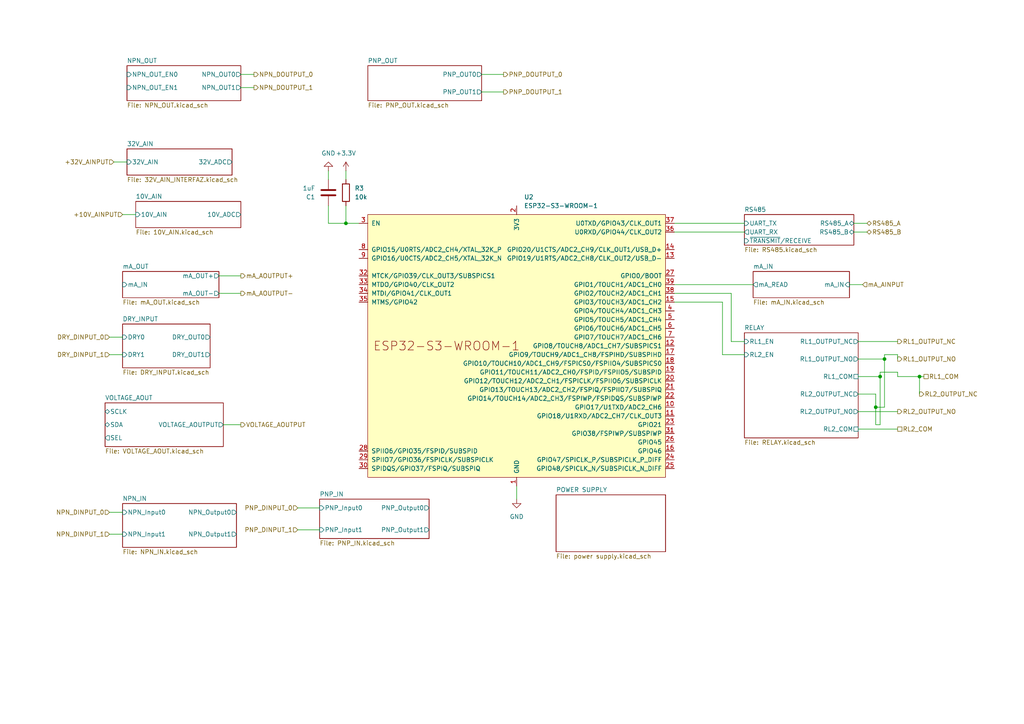
<source format=kicad_sch>
(kicad_sch
	(version 20250114)
	(generator "eeschema")
	(generator_version "9.0")
	(uuid "550b2d28-bb3a-4a13-8f4d-a18681e6369f")
	(paper "A4")
	(lib_symbols
		(symbol "Device:C"
			(pin_numbers
				(hide yes)
			)
			(pin_names
				(offset 0.254)
			)
			(exclude_from_sim no)
			(in_bom yes)
			(on_board yes)
			(property "Reference" "C"
				(at 0.635 2.54 0)
				(effects
					(font
						(size 1.27 1.27)
					)
					(justify left)
				)
			)
			(property "Value" "C"
				(at 0.635 -2.54 0)
				(effects
					(font
						(size 1.27 1.27)
					)
					(justify left)
				)
			)
			(property "Footprint" ""
				(at 0.9652 -3.81 0)
				(effects
					(font
						(size 1.27 1.27)
					)
					(hide yes)
				)
			)
			(property "Datasheet" "~"
				(at 0 0 0)
				(effects
					(font
						(size 1.27 1.27)
					)
					(hide yes)
				)
			)
			(property "Description" "Unpolarized capacitor"
				(at 0 0 0)
				(effects
					(font
						(size 1.27 1.27)
					)
					(hide yes)
				)
			)
			(property "ki_keywords" "cap capacitor"
				(at 0 0 0)
				(effects
					(font
						(size 1.27 1.27)
					)
					(hide yes)
				)
			)
			(property "ki_fp_filters" "C_*"
				(at 0 0 0)
				(effects
					(font
						(size 1.27 1.27)
					)
					(hide yes)
				)
			)
			(symbol "C_0_1"
				(polyline
					(pts
						(xy -2.032 0.762) (xy 2.032 0.762)
					)
					(stroke
						(width 0.508)
						(type default)
					)
					(fill
						(type none)
					)
				)
				(polyline
					(pts
						(xy -2.032 -0.762) (xy 2.032 -0.762)
					)
					(stroke
						(width 0.508)
						(type default)
					)
					(fill
						(type none)
					)
				)
			)
			(symbol "C_1_1"
				(pin passive line
					(at 0 3.81 270)
					(length 2.794)
					(name "~"
						(effects
							(font
								(size 1.27 1.27)
							)
						)
					)
					(number "1"
						(effects
							(font
								(size 1.27 1.27)
							)
						)
					)
				)
				(pin passive line
					(at 0 -3.81 90)
					(length 2.794)
					(name "~"
						(effects
							(font
								(size 1.27 1.27)
							)
						)
					)
					(number "2"
						(effects
							(font
								(size 1.27 1.27)
							)
						)
					)
				)
			)
			(embedded_fonts no)
		)
		(symbol "Device:R"
			(pin_numbers
				(hide yes)
			)
			(pin_names
				(offset 0)
			)
			(exclude_from_sim no)
			(in_bom yes)
			(on_board yes)
			(property "Reference" "R"
				(at 2.032 0 90)
				(effects
					(font
						(size 1.27 1.27)
					)
				)
			)
			(property "Value" "R"
				(at 0 0 90)
				(effects
					(font
						(size 1.27 1.27)
					)
				)
			)
			(property "Footprint" ""
				(at -1.778 0 90)
				(effects
					(font
						(size 1.27 1.27)
					)
					(hide yes)
				)
			)
			(property "Datasheet" "~"
				(at 0 0 0)
				(effects
					(font
						(size 1.27 1.27)
					)
					(hide yes)
				)
			)
			(property "Description" "Resistor"
				(at 0 0 0)
				(effects
					(font
						(size 1.27 1.27)
					)
					(hide yes)
				)
			)
			(property "ki_keywords" "R res resistor"
				(at 0 0 0)
				(effects
					(font
						(size 1.27 1.27)
					)
					(hide yes)
				)
			)
			(property "ki_fp_filters" "R_*"
				(at 0 0 0)
				(effects
					(font
						(size 1.27 1.27)
					)
					(hide yes)
				)
			)
			(symbol "R_0_1"
				(rectangle
					(start -1.016 -2.54)
					(end 1.016 2.54)
					(stroke
						(width 0.254)
						(type default)
					)
					(fill
						(type none)
					)
				)
			)
			(symbol "R_1_1"
				(pin passive line
					(at 0 3.81 270)
					(length 1.27)
					(name "~"
						(effects
							(font
								(size 1.27 1.27)
							)
						)
					)
					(number "1"
						(effects
							(font
								(size 1.27 1.27)
							)
						)
					)
				)
				(pin passive line
					(at 0 -3.81 90)
					(length 1.27)
					(name "~"
						(effects
							(font
								(size 1.27 1.27)
							)
						)
					)
					(number "2"
						(effects
							(font
								(size 1.27 1.27)
							)
						)
					)
				)
			)
			(embedded_fonts no)
		)
		(symbol "PCM_Espressif:ESP32-S3-WROOM-1"
			(pin_names
				(offset 1.016)
			)
			(exclude_from_sim no)
			(in_bom yes)
			(on_board yes)
			(property "Reference" "U"
				(at -43.18 43.18 0)
				(effects
					(font
						(size 1.27 1.27)
					)
					(justify left)
				)
			)
			(property "Value" "ESP32-S3-WROOM-1"
				(at -43.18 40.64 0)
				(effects
					(font
						(size 1.27 1.27)
					)
					(justify left)
				)
			)
			(property "Footprint" "PCM_Espressif:ESP32-S3-WROOM-1"
				(at 2.54 -48.26 0)
				(effects
					(font
						(size 1.27 1.27)
					)
					(hide yes)
				)
			)
			(property "Datasheet" "https://www.espressif.com/sites/default/files/documentation/esp32-s3-wroom-1_wroom-1u_datasheet_en.pdf"
				(at 2.54 -50.8 0)
				(effects
					(font
						(size 1.27 1.27)
					)
					(hide yes)
				)
			)
			(property "Description" "2.4 GHz WiFi (802.11 b/g/n) and Bluetooth ® 5 (LE) module Built around ESP32S3 series of SoCs, Xtensa ® dualcore 32bit LX7 microprocessor Flash up to 16 MB, PSRAM up to 8 MB 36 GPIOs, rich set of peripherals Onboard PCB antenna"
				(at 0 0 0)
				(effects
					(font
						(size 1.27 1.27)
					)
					(hide yes)
				)
			)
			(symbol "ESP32-S3-WROOM-1_0_0"
				(text "ESP32-S3-WROOM-1"
					(at -20.32 0 0)
					(effects
						(font
							(size 2.54 2.54)
						)
					)
				)
				(pin input line
					(at -45.72 35.56 0)
					(length 2.54)
					(name "EN"
						(effects
							(font
								(size 1.27 1.27)
							)
						)
					)
					(number "3"
						(effects
							(font
								(size 1.27 1.27)
							)
						)
					)
				)
				(pin bidirectional line
					(at -45.72 27.94 0)
					(length 2.54)
					(name "GPIO15/U0RTS/ADC2_CH4/XTAL_32K_P"
						(effects
							(font
								(size 1.27 1.27)
							)
						)
					)
					(number "8"
						(effects
							(font
								(size 1.27 1.27)
							)
						)
					)
				)
				(pin bidirectional line
					(at -45.72 25.4 0)
					(length 2.54)
					(name "GPIO16/U0CTS/ADC2_CH5/XTAL_32K_N"
						(effects
							(font
								(size 1.27 1.27)
							)
						)
					)
					(number "9"
						(effects
							(font
								(size 1.27 1.27)
							)
						)
					)
				)
				(pin bidirectional line
					(at -45.72 20.32 0)
					(length 2.54)
					(name "MTCK/GPIO39/CLK_OUT3/SUBSPICS1"
						(effects
							(font
								(size 1.27 1.27)
							)
						)
					)
					(number "32"
						(effects
							(font
								(size 1.27 1.27)
							)
						)
					)
				)
				(pin bidirectional line
					(at -45.72 17.78 0)
					(length 2.54)
					(name "MTDO/GPIO40/CLK_OUT2"
						(effects
							(font
								(size 1.27 1.27)
							)
						)
					)
					(number "33"
						(effects
							(font
								(size 1.27 1.27)
							)
						)
					)
				)
				(pin bidirectional line
					(at -45.72 15.24 0)
					(length 2.54)
					(name "MTDI/GPIO41/CLK_OUT1"
						(effects
							(font
								(size 1.27 1.27)
							)
						)
					)
					(number "34"
						(effects
							(font
								(size 1.27 1.27)
							)
						)
					)
				)
				(pin bidirectional line
					(at -45.72 12.7 0)
					(length 2.54)
					(name "MTMS/GPIO42"
						(effects
							(font
								(size 1.27 1.27)
							)
						)
					)
					(number "35"
						(effects
							(font
								(size 1.27 1.27)
							)
						)
					)
				)
				(pin bidirectional line
					(at -45.72 -30.48 0)
					(length 2.54)
					(name "SPIIO6/GPIO35/FSPID/SUBSPID"
						(effects
							(font
								(size 1.27 1.27)
							)
						)
					)
					(number "28"
						(effects
							(font
								(size 1.27 1.27)
							)
						)
					)
				)
				(pin bidirectional line
					(at -45.72 -33.02 0)
					(length 2.54)
					(name "SPIIO7/GPIO36/FSPICLK/SUBSPICLK"
						(effects
							(font
								(size 1.27 1.27)
							)
						)
					)
					(number "29"
						(effects
							(font
								(size 1.27 1.27)
							)
						)
					)
				)
				(pin bidirectional line
					(at -45.72 -35.56 0)
					(length 2.54)
					(name "SPIDQS/GPIO37/FSPIQ/SUBSPIQ"
						(effects
							(font
								(size 1.27 1.27)
							)
						)
					)
					(number "30"
						(effects
							(font
								(size 1.27 1.27)
							)
						)
					)
				)
				(pin power_in line
					(at 0 40.64 270)
					(length 2.54)
					(name "3V3"
						(effects
							(font
								(size 1.27 1.27)
							)
						)
					)
					(number "2"
						(effects
							(font
								(size 1.27 1.27)
							)
						)
					)
				)
				(pin power_in line
					(at 0 -40.64 90)
					(length 2.54)
					(name "GND"
						(effects
							(font
								(size 1.27 1.27)
							)
						)
					)
					(number "1"
						(effects
							(font
								(size 1.27 1.27)
							)
						)
					)
				)
				(pin passive line
					(at 0 -40.64 90)
					(length 2.54)
					(hide yes)
					(name "GND"
						(effects
							(font
								(size 1.27 1.27)
							)
						)
					)
					(number "40"
						(effects
							(font
								(size 1.27 1.27)
							)
						)
					)
				)
				(pin passive line
					(at 0 -40.64 90)
					(length 2.54)
					(hide yes)
					(name "GND"
						(effects
							(font
								(size 1.27 1.27)
							)
						)
					)
					(number "41"
						(effects
							(font
								(size 1.27 1.27)
							)
						)
					)
				)
				(pin bidirectional line
					(at 45.72 35.56 180)
					(length 2.54)
					(name "U0TXD/GPIO43/CLK_OUT1"
						(effects
							(font
								(size 1.27 1.27)
							)
						)
					)
					(number "37"
						(effects
							(font
								(size 1.27 1.27)
							)
						)
					)
				)
				(pin bidirectional line
					(at 45.72 33.02 180)
					(length 2.54)
					(name "U0RXD/GPIO44/CLK_OUT2"
						(effects
							(font
								(size 1.27 1.27)
							)
						)
					)
					(number "36"
						(effects
							(font
								(size 1.27 1.27)
							)
						)
					)
				)
				(pin bidirectional line
					(at 45.72 27.94 180)
					(length 2.54)
					(name "GPIO20/U1CTS/ADC2_CH9/CLK_OUT1/USB_D+"
						(effects
							(font
								(size 1.27 1.27)
							)
						)
					)
					(number "14"
						(effects
							(font
								(size 1.27 1.27)
							)
						)
					)
				)
				(pin bidirectional line
					(at 45.72 25.4 180)
					(length 2.54)
					(name "GPIO19/U1RTS/ADC2_CH8/CLK_OUT2/USB_D-"
						(effects
							(font
								(size 1.27 1.27)
							)
						)
					)
					(number "13"
						(effects
							(font
								(size 1.27 1.27)
							)
						)
					)
				)
				(pin bidirectional line
					(at 45.72 20.32 180)
					(length 2.54)
					(name "GPIO0/BOOT"
						(effects
							(font
								(size 1.27 1.27)
							)
						)
					)
					(number "27"
						(effects
							(font
								(size 1.27 1.27)
							)
						)
					)
				)
				(pin bidirectional line
					(at 45.72 17.78 180)
					(length 2.54)
					(name "GPIO1/TOUCH1/ADC1_CH0"
						(effects
							(font
								(size 1.27 1.27)
							)
						)
					)
					(number "39"
						(effects
							(font
								(size 1.27 1.27)
							)
						)
					)
				)
				(pin bidirectional line
					(at 45.72 15.24 180)
					(length 2.54)
					(name "GPIO2/TOUCH2/ADC1_CH1"
						(effects
							(font
								(size 1.27 1.27)
							)
						)
					)
					(number "38"
						(effects
							(font
								(size 1.27 1.27)
							)
						)
					)
				)
				(pin bidirectional line
					(at 45.72 12.7 180)
					(length 2.54)
					(name "GPIO3/TOUCH3/ADC1_CH2"
						(effects
							(font
								(size 1.27 1.27)
							)
						)
					)
					(number "15"
						(effects
							(font
								(size 1.27 1.27)
							)
						)
					)
				)
				(pin bidirectional line
					(at 45.72 10.16 180)
					(length 2.54)
					(name "GPIO4/TOUCH4/ADC1_CH3"
						(effects
							(font
								(size 1.27 1.27)
							)
						)
					)
					(number "4"
						(effects
							(font
								(size 1.27 1.27)
							)
						)
					)
				)
				(pin bidirectional line
					(at 45.72 7.62 180)
					(length 2.54)
					(name "GPIO5/TOUCH5/ADC1_CH4"
						(effects
							(font
								(size 1.27 1.27)
							)
						)
					)
					(number "5"
						(effects
							(font
								(size 1.27 1.27)
							)
						)
					)
				)
				(pin bidirectional line
					(at 45.72 5.08 180)
					(length 2.54)
					(name "GPIO6/TOUCH6/ADC1_CH5"
						(effects
							(font
								(size 1.27 1.27)
							)
						)
					)
					(number "6"
						(effects
							(font
								(size 1.27 1.27)
							)
						)
					)
				)
				(pin bidirectional line
					(at 45.72 2.54 180)
					(length 2.54)
					(name "GPIO7/TOUCH7/ADC1_CH6"
						(effects
							(font
								(size 1.27 1.27)
							)
						)
					)
					(number "7"
						(effects
							(font
								(size 1.27 1.27)
							)
						)
					)
				)
				(pin bidirectional line
					(at 45.72 0 180)
					(length 2.54)
					(name "GPIO8/TOUCH8/ADC1_CH7/SUBSPICS1"
						(effects
							(font
								(size 1.27 1.27)
							)
						)
					)
					(number "12"
						(effects
							(font
								(size 1.27 1.27)
							)
						)
					)
				)
				(pin bidirectional line
					(at 45.72 -2.54 180)
					(length 2.54)
					(name "GPIO9/TOUCH9/ADC1_CH8/FSPIHD/SUBSPIHD"
						(effects
							(font
								(size 1.27 1.27)
							)
						)
					)
					(number "17"
						(effects
							(font
								(size 1.27 1.27)
							)
						)
					)
				)
				(pin bidirectional line
					(at 45.72 -5.08 180)
					(length 2.54)
					(name "GPIO10/TOUCH10/ADC1_CH9/FSPICS0/FSPIIO4/SUBSPICS0"
						(effects
							(font
								(size 1.27 1.27)
							)
						)
					)
					(number "18"
						(effects
							(font
								(size 1.27 1.27)
							)
						)
					)
				)
				(pin bidirectional line
					(at 45.72 -7.62 180)
					(length 2.54)
					(name "GPIO11/TOUCH11/ADC2_CH0/FSPID/FSPIIO5/SUBSPID"
						(effects
							(font
								(size 1.27 1.27)
							)
						)
					)
					(number "19"
						(effects
							(font
								(size 1.27 1.27)
							)
						)
					)
				)
				(pin bidirectional line
					(at 45.72 -10.16 180)
					(length 2.54)
					(name "GPIO12/TOUCH12/ADC2_CH1/FSPICLK/FSPIIO6/SUBSPICLK"
						(effects
							(font
								(size 1.27 1.27)
							)
						)
					)
					(number "20"
						(effects
							(font
								(size 1.27 1.27)
							)
						)
					)
				)
				(pin bidirectional line
					(at 45.72 -12.7 180)
					(length 2.54)
					(name "GPIO13/TOUCH13/ADC2_CH2/FSPIQ/FSPIIO7/SUBSPIQ"
						(effects
							(font
								(size 1.27 1.27)
							)
						)
					)
					(number "21"
						(effects
							(font
								(size 1.27 1.27)
							)
						)
					)
				)
				(pin bidirectional line
					(at 45.72 -15.24 180)
					(length 2.54)
					(name "GPIO14/TOUCH14/ADC2_CH3/FSPIWP/FSPIDQS/SUBSPIWP"
						(effects
							(font
								(size 1.27 1.27)
							)
						)
					)
					(number "22"
						(effects
							(font
								(size 1.27 1.27)
							)
						)
					)
				)
				(pin bidirectional line
					(at 45.72 -17.78 180)
					(length 2.54)
					(name "GPIO17/U1TXD/ADC2_CH6"
						(effects
							(font
								(size 1.27 1.27)
							)
						)
					)
					(number "10"
						(effects
							(font
								(size 1.27 1.27)
							)
						)
					)
				)
				(pin bidirectional line
					(at 45.72 -20.32 180)
					(length 2.54)
					(name "GPIO18/U1RXD/ADC2_CH7/CLK_OUT3"
						(effects
							(font
								(size 1.27 1.27)
							)
						)
					)
					(number "11"
						(effects
							(font
								(size 1.27 1.27)
							)
						)
					)
				)
				(pin bidirectional line
					(at 45.72 -22.86 180)
					(length 2.54)
					(name "GPIO21"
						(effects
							(font
								(size 1.27 1.27)
							)
						)
					)
					(number "23"
						(effects
							(font
								(size 1.27 1.27)
							)
						)
					)
				)
				(pin bidirectional line
					(at 45.72 -25.4 180)
					(length 2.54)
					(name "GPIO38/FSPIWP/SUBSPIWP"
						(effects
							(font
								(size 1.27 1.27)
							)
						)
					)
					(number "31"
						(effects
							(font
								(size 1.27 1.27)
							)
						)
					)
				)
				(pin bidirectional line
					(at 45.72 -27.94 180)
					(length 2.54)
					(name "GPIO45"
						(effects
							(font
								(size 1.27 1.27)
							)
						)
					)
					(number "26"
						(effects
							(font
								(size 1.27 1.27)
							)
						)
					)
				)
				(pin bidirectional line
					(at 45.72 -30.48 180)
					(length 2.54)
					(name "GPIO46"
						(effects
							(font
								(size 1.27 1.27)
							)
						)
					)
					(number "16"
						(effects
							(font
								(size 1.27 1.27)
							)
						)
					)
				)
				(pin bidirectional line
					(at 45.72 -33.02 180)
					(length 2.54)
					(name "GPIO47/SPICLK_P/SUBSPICLK_P_DIFF"
						(effects
							(font
								(size 1.27 1.27)
							)
						)
					)
					(number "24"
						(effects
							(font
								(size 1.27 1.27)
							)
						)
					)
				)
				(pin bidirectional line
					(at 45.72 -35.56 180)
					(length 2.54)
					(name "GPIO48/SPICLK_N/SUBSPICLK_N_DIFF"
						(effects
							(font
								(size 1.27 1.27)
							)
						)
					)
					(number "25"
						(effects
							(font
								(size 1.27 1.27)
							)
						)
					)
				)
			)
			(symbol "ESP32-S3-WROOM-1_0_1"
				(rectangle
					(start -43.18 38.1)
					(end 43.18 -38.1)
					(stroke
						(width 0)
						(type default)
					)
					(fill
						(type background)
					)
				)
			)
			(embedded_fonts no)
		)
		(symbol "power:+3.3V"
			(power)
			(pin_numbers
				(hide yes)
			)
			(pin_names
				(offset 0)
				(hide yes)
			)
			(exclude_from_sim no)
			(in_bom yes)
			(on_board yes)
			(property "Reference" "#PWR"
				(at 0 -3.81 0)
				(effects
					(font
						(size 1.27 1.27)
					)
					(hide yes)
				)
			)
			(property "Value" "+3.3V"
				(at 0 3.556 0)
				(effects
					(font
						(size 1.27 1.27)
					)
				)
			)
			(property "Footprint" ""
				(at 0 0 0)
				(effects
					(font
						(size 1.27 1.27)
					)
					(hide yes)
				)
			)
			(property "Datasheet" ""
				(at 0 0 0)
				(effects
					(font
						(size 1.27 1.27)
					)
					(hide yes)
				)
			)
			(property "Description" "Power symbol creates a global label with name \"+3.3V\""
				(at 0 0 0)
				(effects
					(font
						(size 1.27 1.27)
					)
					(hide yes)
				)
			)
			(property "ki_keywords" "global power"
				(at 0 0 0)
				(effects
					(font
						(size 1.27 1.27)
					)
					(hide yes)
				)
			)
			(symbol "+3.3V_0_1"
				(polyline
					(pts
						(xy -0.762 1.27) (xy 0 2.54)
					)
					(stroke
						(width 0)
						(type default)
					)
					(fill
						(type none)
					)
				)
				(polyline
					(pts
						(xy 0 2.54) (xy 0.762 1.27)
					)
					(stroke
						(width 0)
						(type default)
					)
					(fill
						(type none)
					)
				)
				(polyline
					(pts
						(xy 0 0) (xy 0 2.54)
					)
					(stroke
						(width 0)
						(type default)
					)
					(fill
						(type none)
					)
				)
			)
			(symbol "+3.3V_1_1"
				(pin power_in line
					(at 0 0 90)
					(length 0)
					(name "~"
						(effects
							(font
								(size 1.27 1.27)
							)
						)
					)
					(number "1"
						(effects
							(font
								(size 1.27 1.27)
							)
						)
					)
				)
			)
			(embedded_fonts no)
		)
		(symbol "power:GND"
			(power)
			(pin_numbers
				(hide yes)
			)
			(pin_names
				(offset 0)
				(hide yes)
			)
			(exclude_from_sim no)
			(in_bom yes)
			(on_board yes)
			(property "Reference" "#PWR"
				(at 0 -6.35 0)
				(effects
					(font
						(size 1.27 1.27)
					)
					(hide yes)
				)
			)
			(property "Value" "GND"
				(at 0 -3.81 0)
				(effects
					(font
						(size 1.27 1.27)
					)
				)
			)
			(property "Footprint" ""
				(at 0 0 0)
				(effects
					(font
						(size 1.27 1.27)
					)
					(hide yes)
				)
			)
			(property "Datasheet" ""
				(at 0 0 0)
				(effects
					(font
						(size 1.27 1.27)
					)
					(hide yes)
				)
			)
			(property "Description" "Power symbol creates a global label with name \"GND\" , ground"
				(at 0 0 0)
				(effects
					(font
						(size 1.27 1.27)
					)
					(hide yes)
				)
			)
			(property "ki_keywords" "global power"
				(at 0 0 0)
				(effects
					(font
						(size 1.27 1.27)
					)
					(hide yes)
				)
			)
			(symbol "GND_0_1"
				(polyline
					(pts
						(xy 0 0) (xy 0 -1.27) (xy 1.27 -1.27) (xy 0 -2.54) (xy -1.27 -1.27) (xy 0 -1.27)
					)
					(stroke
						(width 0)
						(type default)
					)
					(fill
						(type none)
					)
				)
			)
			(symbol "GND_1_1"
				(pin power_in line
					(at 0 0 270)
					(length 0)
					(name "~"
						(effects
							(font
								(size 1.27 1.27)
							)
						)
					)
					(number "1"
						(effects
							(font
								(size 1.27 1.27)
							)
						)
					)
				)
			)
			(embedded_fonts no)
		)
	)
	(junction
		(at 255.27 109.22)
		(diameter 0)
		(color 0 0 0 0)
		(uuid "26a9e769-6cf3-4133-a24d-0911db48ac05")
	)
	(junction
		(at 100.33 64.77)
		(diameter 0)
		(color 0 0 0 0)
		(uuid "3f26536a-facd-4c37-84a1-cf64b70a70f8")
	)
	(junction
		(at 266.7 109.22)
		(diameter 0)
		(color 0 0 0 0)
		(uuid "42abe2d4-c6ab-475b-be01-7c34a42c86e1")
	)
	(junction
		(at 254 118.11)
		(diameter 0)
		(color 0 0 0 0)
		(uuid "ae42d7dc-aad6-4f95-ba6b-a7c21a9cd065")
	)
	(junction
		(at 256.54 104.14)
		(diameter 0)
		(color 0 0 0 0)
		(uuid "b51f0e4a-94fd-4902-8b56-f36f1f59e1ea")
	)
	(wire
		(pts
			(xy 31.75 102.87) (xy 35.56 102.87)
		)
		(stroke
			(width 0)
			(type default)
		)
		(uuid "02042e8d-1edf-4fa6-b2b9-e6c7a2ef32ec")
	)
	(wire
		(pts
			(xy 254 114.3) (xy 254 118.11)
		)
		(stroke
			(width 0)
			(type default)
		)
		(uuid "087c3759-7b18-44c1-9431-1daef786213e")
	)
	(wire
		(pts
			(xy 195.58 82.55) (xy 218.44 82.55)
		)
		(stroke
			(width 0)
			(type default)
		)
		(uuid "0eba1c10-7d48-4a6f-96d6-8df77b72ee4e")
	)
	(wire
		(pts
			(xy 256.54 102.87) (xy 256.54 104.14)
		)
		(stroke
			(width 0)
			(type default)
		)
		(uuid "12f67ee7-30fb-4a61-835c-3ad45f9983ca")
	)
	(wire
		(pts
			(xy 209.55 87.63) (xy 209.55 102.87)
		)
		(stroke
			(width 0)
			(type default)
		)
		(uuid "1619e4be-4f1e-4a24-ae45-6dbb84a88dc0")
	)
	(wire
		(pts
			(xy 246.38 82.55) (xy 250.19 82.55)
		)
		(stroke
			(width 0)
			(type default)
		)
		(uuid "2894f79f-e0b5-4221-a951-359d88f9eedf")
	)
	(wire
		(pts
			(xy 69.85 21.59) (xy 73.66 21.59)
		)
		(stroke
			(width 0)
			(type default)
		)
		(uuid "2ff6c479-dc52-48dd-85d0-f5188a6abcde")
	)
	(wire
		(pts
			(xy 100.33 49.53) (xy 100.33 52.07)
		)
		(stroke
			(width 0)
			(type default)
		)
		(uuid "341e5fc9-cc2a-43d1-8669-324d5e839a1a")
	)
	(wire
		(pts
			(xy 255.27 123.19) (xy 254 123.19)
		)
		(stroke
			(width 0)
			(type default)
		)
		(uuid "35334a46-38b9-438a-92ba-5be86938f092")
	)
	(wire
		(pts
			(xy 31.75 97.79) (xy 35.56 97.79)
		)
		(stroke
			(width 0)
			(type default)
		)
		(uuid "43e10a28-7cdf-4730-8dba-ec3a079a6fc5")
	)
	(wire
		(pts
			(xy 248.92 124.46) (xy 260.35 124.46)
		)
		(stroke
			(width 0)
			(type default)
		)
		(uuid "473e1840-9761-4876-bafe-46ec1e123a3b")
	)
	(wire
		(pts
			(xy 256.54 118.11) (xy 254 118.11)
		)
		(stroke
			(width 0)
			(type default)
		)
		(uuid "487525a3-45d8-4c3a-aa6a-528eaeec05b7")
	)
	(wire
		(pts
			(xy 63.5 85.09) (xy 69.85 85.09)
		)
		(stroke
			(width 0)
			(type default)
		)
		(uuid "4a179ac2-8c0c-4316-ba80-82cb26cc0a92")
	)
	(wire
		(pts
			(xy 86.36 153.67) (xy 92.71 153.67)
		)
		(stroke
			(width 0)
			(type default)
		)
		(uuid "4a81ae75-10a8-4830-a5af-080007db29cd")
	)
	(wire
		(pts
			(xy 248.92 119.38) (xy 260.35 119.38)
		)
		(stroke
			(width 0)
			(type default)
		)
		(uuid "4f758bac-63c1-45ed-8155-7ac4ed090181")
	)
	(wire
		(pts
			(xy 86.36 147.32) (xy 92.71 147.32)
		)
		(stroke
			(width 0)
			(type default)
		)
		(uuid "502b84e4-60ab-4157-9c00-f25c15868d20")
	)
	(wire
		(pts
			(xy 31.75 154.94) (xy 35.56 154.94)
		)
		(stroke
			(width 0)
			(type default)
		)
		(uuid "533af5b0-530f-400c-b4dd-1529c9542cb6")
	)
	(wire
		(pts
			(xy 248.92 109.22) (xy 255.27 109.22)
		)
		(stroke
			(width 0)
			(type default)
		)
		(uuid "53d08742-9227-45bf-83b5-b2b064f2056a")
	)
	(wire
		(pts
			(xy 248.92 104.14) (xy 256.54 104.14)
		)
		(stroke
			(width 0)
			(type default)
		)
		(uuid "59682b36-a8b5-4156-b249-0c44269ecf9e")
	)
	(wire
		(pts
			(xy 260.35 107.95) (xy 255.27 107.95)
		)
		(stroke
			(width 0)
			(type default)
		)
		(uuid "5d1fdf0d-396e-436f-842b-44c1f7d654d7")
	)
	(wire
		(pts
			(xy 247.65 64.77) (xy 251.46 64.77)
		)
		(stroke
			(width 0)
			(type default)
		)
		(uuid "5e537174-f9cc-4a63-a046-6c91f1883b1f")
	)
	(wire
		(pts
			(xy 149.86 140.97) (xy 149.86 144.78)
		)
		(stroke
			(width 0)
			(type default)
		)
		(uuid "5e7a73b2-9a99-4fbf-a3c4-ca18dede6dc0")
	)
	(wire
		(pts
			(xy 260.35 102.87) (xy 256.54 102.87)
		)
		(stroke
			(width 0)
			(type default)
		)
		(uuid "64502118-f0fd-4ae6-ae51-bbecaf78d168")
	)
	(wire
		(pts
			(xy 254 118.11) (xy 254 123.19)
		)
		(stroke
			(width 0)
			(type default)
		)
		(uuid "6ac0bf89-e817-4f59-8283-768a73a956cd")
	)
	(wire
		(pts
			(xy 139.7 21.59) (xy 146.05 21.59)
		)
		(stroke
			(width 0)
			(type default)
		)
		(uuid "6be3f182-dd25-4a5b-8dde-b1d72bc8a612")
	)
	(wire
		(pts
			(xy 195.58 64.77) (xy 215.9 64.77)
		)
		(stroke
			(width 0)
			(type default)
		)
		(uuid "7a8653be-8c84-4b89-bdd6-02c467df3ff1")
	)
	(wire
		(pts
			(xy 35.56 62.23) (xy 39.37 62.23)
		)
		(stroke
			(width 0)
			(type default)
		)
		(uuid "7ae7c7b0-2a8b-416c-968b-68ccadd29cc0")
	)
	(wire
		(pts
			(xy 247.65 67.31) (xy 251.46 67.31)
		)
		(stroke
			(width 0)
			(type default)
		)
		(uuid "83f571d5-c2f5-41aa-a850-63eb45904fce")
	)
	(wire
		(pts
			(xy 95.25 49.53) (xy 95.25 52.07)
		)
		(stroke
			(width 0)
			(type default)
		)
		(uuid "84ee34f9-5d6e-458f-8cff-248fc6026d65")
	)
	(wire
		(pts
			(xy 63.5 80.01) (xy 69.85 80.01)
		)
		(stroke
			(width 0)
			(type default)
		)
		(uuid "988fdb32-519f-462e-9c9f-81b995662163")
	)
	(wire
		(pts
			(xy 139.7 26.67) (xy 146.05 26.67)
		)
		(stroke
			(width 0)
			(type default)
		)
		(uuid "9e8ce77b-c867-4253-93ec-0c53bf9332b6")
	)
	(wire
		(pts
			(xy 95.25 64.77) (xy 100.33 64.77)
		)
		(stroke
			(width 0)
			(type default)
		)
		(uuid "a33c51fc-e9e8-4a64-9148-762e48667373")
	)
	(wire
		(pts
			(xy 248.92 114.3) (xy 254 114.3)
		)
		(stroke
			(width 0)
			(type default)
		)
		(uuid "a387c38f-e716-4b0f-88dc-016cf8612405")
	)
	(wire
		(pts
			(xy 267.97 109.22) (xy 266.7 109.22)
		)
		(stroke
			(width 0)
			(type default)
		)
		(uuid "a8958288-d9b1-47d1-85db-ea9147f42d81")
	)
	(wire
		(pts
			(xy 248.92 99.06) (xy 260.35 99.06)
		)
		(stroke
			(width 0)
			(type default)
		)
		(uuid "ad108c54-42b1-44b7-a9a8-691f9a28bb6b")
	)
	(wire
		(pts
			(xy 215.9 99.06) (xy 212.09 99.06)
		)
		(stroke
			(width 0)
			(type default)
		)
		(uuid "bdd9a28a-a350-40af-8342-b9c08940f5da")
	)
	(wire
		(pts
			(xy 104.14 64.77) (xy 100.33 64.77)
		)
		(stroke
			(width 0)
			(type default)
		)
		(uuid "c2ee333a-630d-4a54-91ee-68524558d87d")
	)
	(wire
		(pts
			(xy 195.58 67.31) (xy 215.9 67.31)
		)
		(stroke
			(width 0)
			(type default)
		)
		(uuid "c38af3f5-fffc-46b5-b8aa-996215efb148")
	)
	(wire
		(pts
			(xy 215.9 102.87) (xy 209.55 102.87)
		)
		(stroke
			(width 0)
			(type default)
		)
		(uuid "c3c49f91-834a-4102-9ea6-27b2264e04f7")
	)
	(wire
		(pts
			(xy 266.7 109.22) (xy 260.35 109.22)
		)
		(stroke
			(width 0)
			(type default)
		)
		(uuid "c66eb08e-9ba7-45dd-bd51-93b1b563b283")
	)
	(wire
		(pts
			(xy 212.09 85.09) (xy 195.58 85.09)
		)
		(stroke
			(width 0)
			(type default)
		)
		(uuid "c993b3ed-1e9c-424e-accb-78d34f37e11f")
	)
	(wire
		(pts
			(xy 33.02 46.99) (xy 36.83 46.99)
		)
		(stroke
			(width 0)
			(type default)
		)
		(uuid "cd3f52c8-9eec-46d3-9a6a-f784ef34640e")
	)
	(wire
		(pts
			(xy 260.35 107.95) (xy 260.35 109.22)
		)
		(stroke
			(width 0)
			(type default)
		)
		(uuid "d2dd254d-21bc-46b0-bf2f-f6839935db6c")
	)
	(wire
		(pts
			(xy 64.77 123.19) (xy 69.85 123.19)
		)
		(stroke
			(width 0)
			(type default)
		)
		(uuid "d9161e25-2420-4be5-acc3-f70d4553164d")
	)
	(wire
		(pts
			(xy 256.54 104.14) (xy 256.54 118.11)
		)
		(stroke
			(width 0)
			(type default)
		)
		(uuid "ddaaf3f2-2f45-4eaa-9a16-c1634439b18a")
	)
	(wire
		(pts
			(xy 31.75 148.59) (xy 35.56 148.59)
		)
		(stroke
			(width 0)
			(type default)
		)
		(uuid "e2aa1ad1-6c7a-4688-b72f-0759905ccf2b")
	)
	(wire
		(pts
			(xy 100.33 59.69) (xy 100.33 64.77)
		)
		(stroke
			(width 0)
			(type default)
		)
		(uuid "e5ccdd68-9cb1-4d5b-9f40-2ea55465f4f9")
	)
	(wire
		(pts
			(xy 212.09 85.09) (xy 212.09 99.06)
		)
		(stroke
			(width 0)
			(type default)
		)
		(uuid "e77b1af0-a80d-4d0d-ad28-f44dc6d6b3f2")
	)
	(wire
		(pts
			(xy 209.55 87.63) (xy 195.58 87.63)
		)
		(stroke
			(width 0)
			(type default)
		)
		(uuid "e793df15-5f58-4e27-a8e1-0b8639a72f40")
	)
	(wire
		(pts
			(xy 255.27 109.22) (xy 255.27 123.19)
		)
		(stroke
			(width 0)
			(type default)
		)
		(uuid "e9f2a1d3-e995-4cc4-90cb-c936eb3c1673")
	)
	(wire
		(pts
			(xy 69.85 25.4) (xy 73.66 25.4)
		)
		(stroke
			(width 0)
			(type default)
		)
		(uuid "ec14d04e-c7ad-44ed-9005-1704c564653f")
	)
	(wire
		(pts
			(xy 95.25 59.69) (xy 95.25 64.77)
		)
		(stroke
			(width 0)
			(type default)
		)
		(uuid "f2f7ed72-762f-4cb0-9c04-fd0548996964")
	)
	(wire
		(pts
			(xy 260.35 104.14) (xy 260.35 102.87)
		)
		(stroke
			(width 0)
			(type default)
		)
		(uuid "f431c015-7da5-45d5-b221-8a3c8f354c79")
	)
	(wire
		(pts
			(xy 266.7 109.22) (xy 266.7 114.3)
		)
		(stroke
			(width 0)
			(type default)
		)
		(uuid "f79bebe7-a4ae-4c09-b53d-a5c2820a3893")
	)
	(wire
		(pts
			(xy 255.27 107.95) (xy 255.27 109.22)
		)
		(stroke
			(width 0)
			(type default)
		)
		(uuid "fe426502-83ae-4ce5-a0d9-bbcfa0c0c479")
	)
	(hierarchical_label "NPN_DINPUT_1"
		(shape input)
		(at 31.75 154.94 180)
		(effects
			(font
				(size 1.27 1.27)
			)
			(justify right)
		)
		(uuid "1608b6da-ed45-4aeb-b918-992e1ef842c6")
	)
	(hierarchical_label "NPN_DINPUT_0"
		(shape input)
		(at 31.75 148.59 180)
		(effects
			(font
				(size 1.27 1.27)
			)
			(justify right)
		)
		(uuid "20938e57-3068-4cb4-831c-a95521272c56")
	)
	(hierarchical_label "RL2_COM"
		(shape passive)
		(at 260.35 124.46 0)
		(effects
			(font
				(size 1.27 1.27)
			)
			(justify left)
		)
		(uuid "21ce7782-8987-4929-be67-43f5369b493f")
	)
	(hierarchical_label "PNP_DINPUT_0"
		(shape input)
		(at 86.36 147.32 180)
		(effects
			(font
				(size 1.27 1.27)
			)
			(justify right)
		)
		(uuid "27be2e6c-1f2b-4c3f-bd3b-e7504df09f19")
	)
	(hierarchical_label "NPN_DOUTPUT_1"
		(shape output)
		(at 73.66 25.4 0)
		(effects
			(font
				(size 1.27 1.27)
			)
			(justify left)
		)
		(uuid "32f6f1dd-6ce3-4e3a-8529-3866a4180e2d")
	)
	(hierarchical_label "mA_AINPUT"
		(shape input)
		(at 250.19 82.55 0)
		(effects
			(font
				(size 1.27 1.27)
			)
			(justify left)
		)
		(uuid "37ce9bf5-1d8c-4e3e-9326-e12113cc6e90")
	)
	(hierarchical_label "VOLTAGE_AOUTPUT"
		(shape output)
		(at 69.85 123.19 0)
		(effects
			(font
				(size 1.27 1.27)
			)
			(justify left)
		)
		(uuid "47ee49ca-fb21-448b-ae11-1b8c5cbf290a")
	)
	(hierarchical_label "RL2_OUTPUT_NC"
		(shape output)
		(at 266.7 114.3 0)
		(effects
			(font
				(size 1.27 1.27)
			)
			(justify left)
		)
		(uuid "6461f34d-8b3d-48cb-a543-9d49913ce9ab")
	)
	(hierarchical_label "RL1_OUTPUT_NC"
		(shape output)
		(at 260.35 99.06 0)
		(effects
			(font
				(size 1.27 1.27)
			)
			(justify left)
		)
		(uuid "6efb7446-8fe2-4466-ac63-319f690d0378")
	)
	(hierarchical_label "PNP_DOUTPUT_1"
		(shape output)
		(at 146.05 26.67 0)
		(effects
			(font
				(size 1.27 1.27)
			)
			(justify left)
		)
		(uuid "71315921-95a7-4ac0-9e84-267014e6466b")
	)
	(hierarchical_label "PNP_DOUTPUT_0"
		(shape output)
		(at 146.05 21.59 0)
		(effects
			(font
				(size 1.27 1.27)
			)
			(justify left)
		)
		(uuid "7235993d-332f-48dd-bff6-937d4969e542")
	)
	(hierarchical_label "RL1_OUTPUT_NO"
		(shape output)
		(at 260.35 104.14 0)
		(effects
			(font
				(size 1.27 1.27)
			)
			(justify left)
		)
		(uuid "7a952dc8-bce8-43a1-b535-4408ca46aac2")
	)
	(hierarchical_label "DRY_DINPUT_0"
		(shape input)
		(at 31.75 97.79 180)
		(effects
			(font
				(size 1.27 1.27)
			)
			(justify right)
		)
		(uuid "9be3c659-1cc5-4a65-b501-7232e440811a")
	)
	(hierarchical_label "+32V_AINPUT"
		(shape input)
		(at 33.02 46.99 180)
		(effects
			(font
				(size 1.27 1.27)
			)
			(justify right)
		)
		(uuid "a0e4e4bc-7188-4acf-85cf-31accf8611bb")
	)
	(hierarchical_label "DRY_DINPUT_1"
		(shape input)
		(at 31.75 102.87 180)
		(effects
			(font
				(size 1.27 1.27)
			)
			(justify right)
		)
		(uuid "b135bac7-71ac-4585-a0b8-5e06e30256ca")
	)
	(hierarchical_label "NPN_DOUTPUT_0"
		(shape output)
		(at 73.66 21.59 0)
		(effects
			(font
				(size 1.27 1.27)
			)
			(justify left)
		)
		(uuid "b5655398-ed81-4338-ac6f-18a97e272009")
	)
	(hierarchical_label "+10V_AINPUT"
		(shape input)
		(at 35.56 62.23 180)
		(effects
			(font
				(size 1.27 1.27)
			)
			(justify right)
		)
		(uuid "bc8b1a64-4798-42e1-96f3-def796dafcf0")
	)
	(hierarchical_label "RL2_OUTPUT_NO"
		(shape output)
		(at 260.35 119.38 0)
		(effects
			(font
				(size 1.27 1.27)
			)
			(justify left)
		)
		(uuid "bef1d696-0dbd-4bcf-a0e7-26238e2f52a0")
	)
	(hierarchical_label "RL1_COM"
		(shape passive)
		(at 267.97 109.22 0)
		(effects
			(font
				(size 1.27 1.27)
			)
			(justify left)
		)
		(uuid "c19b898c-5763-4e72-aaa1-d58495a45737")
	)
	(hierarchical_label "PNP_DINPUT_1"
		(shape input)
		(at 86.36 153.67 180)
		(effects
			(font
				(size 1.27 1.27)
			)
			(justify right)
		)
		(uuid "c6298c77-a9a6-4a8c-b8f0-963b0fdff16d")
	)
	(hierarchical_label "RS485_A"
		(shape bidirectional)
		(at 251.46 64.77 0)
		(effects
			(font
				(size 1.27 1.27)
			)
			(justify left)
		)
		(uuid "dd6df5bb-47f0-4c28-b98a-0a572eded858")
	)
	(hierarchical_label "mA_AOUTPUT+"
		(shape output)
		(at 69.85 80.01 0)
		(effects
			(font
				(size 1.27 1.27)
			)
			(justify left)
		)
		(uuid "e0b2150d-cf98-4b0e-9ec3-5b0faeb71031")
	)
	(hierarchical_label "mA_AOUTPUT-"
		(shape output)
		(at 69.85 85.09 0)
		(effects
			(font
				(size 1.27 1.27)
			)
			(justify left)
		)
		(uuid "fa0025b4-ba18-4002-bcfc-bb1af302d7b8")
	)
	(hierarchical_label "RS485_B"
		(shape bidirectional)
		(at 251.46 67.31 0)
		(effects
			(font
				(size 1.27 1.27)
			)
			(justify left)
		)
		(uuid "fd45da10-392f-4a7e-9f74-d574b7d44a13")
	)
	(symbol
		(lib_id "power:GND")
		(at 95.25 49.53 180)
		(unit 1)
		(exclude_from_sim no)
		(in_bom yes)
		(on_board yes)
		(dnp no)
		(fields_autoplaced yes)
		(uuid "2e916813-5cbd-47ca-b46a-886e33ff44d3")
		(property "Reference" "#PWR010"
			(at 95.25 43.18 0)
			(effects
				(font
					(size 1.27 1.27)
				)
				(hide yes)
			)
		)
		(property "Value" "GND"
			(at 95.25 44.45 0)
			(effects
				(font
					(size 1.27 1.27)
				)
			)
		)
		(property "Footprint" ""
			(at 95.25 49.53 0)
			(effects
				(font
					(size 1.27 1.27)
				)
				(hide yes)
			)
		)
		(property "Datasheet" ""
			(at 95.25 49.53 0)
			(effects
				(font
					(size 1.27 1.27)
				)
				(hide yes)
			)
		)
		(property "Description" "Power symbol creates a global label with name \"GND\" , ground"
			(at 95.25 49.53 0)
			(effects
				(font
					(size 1.27 1.27)
				)
				(hide yes)
			)
		)
		(pin "1"
			(uuid "9d3361ec-72f7-4b1a-a039-a986ea420f09")
		)
		(instances
			(project "NIVARA"
				(path "/e09284a3-0da6-4b1c-80d3-a52d405369d9/b46cdcb1-15cb-4562-89d5-6c513685d0bc"
					(reference "#PWR010")
					(unit 1)
				)
			)
		)
	)
	(symbol
		(lib_id "Device:R")
		(at 100.33 55.88 0)
		(unit 1)
		(exclude_from_sim no)
		(in_bom yes)
		(on_board yes)
		(dnp no)
		(fields_autoplaced yes)
		(uuid "3311a18e-d149-4071-87ac-7cb27a323ab2")
		(property "Reference" "R3"
			(at 102.87 54.6099 0)
			(effects
				(font
					(size 1.27 1.27)
				)
				(justify left)
			)
		)
		(property "Value" "10k"
			(at 102.87 57.1499 0)
			(effects
				(font
					(size 1.27 1.27)
				)
				(justify left)
			)
		)
		(property "Footprint" ""
			(at 98.552 55.88 90)
			(effects
				(font
					(size 1.27 1.27)
				)
				(hide yes)
			)
		)
		(property "Datasheet" "~"
			(at 100.33 55.88 0)
			(effects
				(font
					(size 1.27 1.27)
				)
				(hide yes)
			)
		)
		(property "Description" "Resistor"
			(at 100.33 55.88 0)
			(effects
				(font
					(size 1.27 1.27)
				)
				(hide yes)
			)
		)
		(pin "2"
			(uuid "0a82854d-c518-4023-87b8-e498d85d8552")
		)
		(pin "1"
			(uuid "a116b652-ab7e-4e6b-a69f-08a165b2d68c")
		)
		(instances
			(project "NIVARA"
				(path "/e09284a3-0da6-4b1c-80d3-a52d405369d9/b46cdcb1-15cb-4562-89d5-6c513685d0bc"
					(reference "R3")
					(unit 1)
				)
			)
		)
	)
	(symbol
		(lib_id "power:GND")
		(at 149.86 144.78 0)
		(unit 1)
		(exclude_from_sim no)
		(in_bom yes)
		(on_board yes)
		(dnp no)
		(fields_autoplaced yes)
		(uuid "3fff2f3a-c8ac-4e2a-830f-8619968b8f9a")
		(property "Reference" "#PWR012"
			(at 149.86 151.13 0)
			(effects
				(font
					(size 1.27 1.27)
				)
				(hide yes)
			)
		)
		(property "Value" "GND"
			(at 149.86 149.86 0)
			(effects
				(font
					(size 1.27 1.27)
				)
			)
		)
		(property "Footprint" ""
			(at 149.86 144.78 0)
			(effects
				(font
					(size 1.27 1.27)
				)
				(hide yes)
			)
		)
		(property "Datasheet" ""
			(at 149.86 144.78 0)
			(effects
				(font
					(size 1.27 1.27)
				)
				(hide yes)
			)
		)
		(property "Description" "Power symbol creates a global label with name \"GND\" , ground"
			(at 149.86 144.78 0)
			(effects
				(font
					(size 1.27 1.27)
				)
				(hide yes)
			)
		)
		(pin "1"
			(uuid "5566462a-8af7-4c57-bef8-4e9ca017f145")
		)
		(instances
			(project "NIVARA"
				(path "/e09284a3-0da6-4b1c-80d3-a52d405369d9/b46cdcb1-15cb-4562-89d5-6c513685d0bc"
					(reference "#PWR012")
					(unit 1)
				)
			)
		)
	)
	(symbol
		(lib_id "Device:C")
		(at 95.25 55.88 0)
		(mirror x)
		(unit 1)
		(exclude_from_sim no)
		(in_bom yes)
		(on_board yes)
		(dnp no)
		(uuid "48c0ba12-5f8f-4835-84fc-a314bc3896cc")
		(property "Reference" "C1"
			(at 91.44 57.1501 0)
			(effects
				(font
					(size 1.27 1.27)
				)
				(justify right)
			)
		)
		(property "Value" "1uF"
			(at 91.44 54.6101 0)
			(effects
				(font
					(size 1.27 1.27)
				)
				(justify right)
			)
		)
		(property "Footprint" ""
			(at 96.2152 52.07 0)
			(effects
				(font
					(size 1.27 1.27)
				)
				(hide yes)
			)
		)
		(property "Datasheet" "~"
			(at 95.25 55.88 0)
			(effects
				(font
					(size 1.27 1.27)
				)
				(hide yes)
			)
		)
		(property "Description" "Unpolarized capacitor"
			(at 95.25 55.88 0)
			(effects
				(font
					(size 1.27 1.27)
				)
				(hide yes)
			)
		)
		(pin "1"
			(uuid "087f832e-ccb8-4b58-a1af-232b72fe6ad7")
		)
		(pin "2"
			(uuid "305bfb86-aabe-41a6-9072-c06bc42b5443")
		)
		(instances
			(project "NIVARA"
				(path "/e09284a3-0da6-4b1c-80d3-a52d405369d9/b46cdcb1-15cb-4562-89d5-6c513685d0bc"
					(reference "C1")
					(unit 1)
				)
			)
		)
	)
	(symbol
		(lib_id "PCM_Espressif:ESP32-S3-WROOM-1")
		(at 149.86 100.33 0)
		(unit 1)
		(exclude_from_sim no)
		(in_bom yes)
		(on_board yes)
		(dnp no)
		(fields_autoplaced yes)
		(uuid "c15b68e9-83cc-46bb-8855-df6cf34a237f")
		(property "Reference" "U2"
			(at 152.0033 57.15 0)
			(effects
				(font
					(size 1.27 1.27)
				)
				(justify left)
			)
		)
		(property "Value" "ESP32-S3-WROOM-1"
			(at 152.0033 59.69 0)
			(effects
				(font
					(size 1.27 1.27)
				)
				(justify left)
			)
		)
		(property "Footprint" "RF_Module:ESP32-S3-WROOM-1"
			(at 152.4 148.59 0)
			(effects
				(font
					(size 1.27 1.27)
				)
				(hide yes)
			)
		)
		(property "Datasheet" "https://www.espressif.com/sites/default/files/documentation/esp32-s3-wroom-1_wroom-1u_datasheet_en.pdf"
			(at 152.4 151.13 0)
			(effects
				(font
					(size 1.27 1.27)
				)
				(hide yes)
			)
		)
		(property "Description" "2.4 GHz WiFi (802.11 b/g/n) and Bluetooth ® 5 (LE) module Built around ESP32S3 series of SoCs, Xtensa ® dualcore 32bit LX7 microprocessor Flash up to 16 MB, PSRAM up to 8 MB 36 GPIOs, rich set of peripherals Onboard PCB antenna"
			(at 149.86 100.33 0)
			(effects
				(font
					(size 1.27 1.27)
				)
				(hide yes)
			)
		)
		(pin "4"
			(uuid "04961ecf-6f26-4c0a-b3e4-b48cca7ef653")
		)
		(pin "8"
			(uuid "b439879d-0e6a-4f88-bfe0-bcc1ebbbc4ed")
		)
		(pin "33"
			(uuid "3d753f3e-a685-43cd-9648-91e9a930d899")
		)
		(pin "34"
			(uuid "e2e2889b-18fa-4458-a8f3-5208c7d7d266")
		)
		(pin "29"
			(uuid "a45ad188-c69a-4463-938b-ca1e88a273db")
		)
		(pin "1"
			(uuid "194e5e5d-df60-45fd-84d3-8618e2ed7cbe")
		)
		(pin "41"
			(uuid "e8eebcde-57c2-44a7-a481-6b23f21a7a4d")
		)
		(pin "32"
			(uuid "0ef9e423-1e0e-413c-beae-5a8a93906827")
		)
		(pin "30"
			(uuid "07438f9f-0a39-46d4-ad91-e1978f83a0ab")
		)
		(pin "36"
			(uuid "1d3fe74f-bf7a-4d7b-92bc-8c244c2ff6ae")
		)
		(pin "28"
			(uuid "d0ac87d1-1118-4768-9df3-dcacdfacf2ed")
		)
		(pin "9"
			(uuid "d63e3fdb-8098-4ee8-a694-10367b47dc61")
		)
		(pin "14"
			(uuid "27c13412-6fe8-474f-a717-0d507d8a1bda")
		)
		(pin "13"
			(uuid "3508a7d7-6c6e-4a92-85b7-c81b231fc242")
		)
		(pin "39"
			(uuid "67bf6e1b-a823-429d-86c2-802e0d042d54")
		)
		(pin "15"
			(uuid "e3e393e5-4a7d-4553-a227-c0ec00136e41")
		)
		(pin "35"
			(uuid "3fff9238-cd80-40d0-84fb-cbc2eb79db5c")
		)
		(pin "27"
			(uuid "289f1502-b5ac-4f35-b4ef-b3e86c7788c4")
		)
		(pin "40"
			(uuid "fce29ed6-c3ef-4318-b6f7-b37bf68eaf5e")
		)
		(pin "37"
			(uuid "58fd0b12-5602-456f-8dec-0d34230108a1")
		)
		(pin "38"
			(uuid "24d4c56a-961e-4af1-9fa4-f98c91a19f14")
		)
		(pin "3"
			(uuid "75048058-74a9-4c83-a8f1-202ea3d3ddd2")
		)
		(pin "2"
			(uuid "bd73f56e-7f10-450b-ae74-94f6811dd728")
		)
		(pin "5"
			(uuid "fab75733-4985-4030-a5c4-e4cfad3576fb")
		)
		(pin "6"
			(uuid "158a3abf-1a24-49b3-b52f-611ffcfa1cad")
		)
		(pin "20"
			(uuid "a7914165-9ffc-4007-883a-262a7982782c")
		)
		(pin "23"
			(uuid "76673add-f31c-45e6-ad5d-af566cfcc7b6")
		)
		(pin "16"
			(uuid "2bba5a1e-5638-421d-8a16-74de6fb90599")
		)
		(pin "22"
			(uuid "93bb748c-1bff-49a7-a0e2-6e1bd522a753")
		)
		(pin "12"
			(uuid "8bcd3053-5d17-4bb4-b32a-abd486bb9237")
		)
		(pin "18"
			(uuid "ff91eff3-7f0f-4d23-8334-7e08eddb75f4")
		)
		(pin "21"
			(uuid "78106f85-bdc0-47dc-9f71-e669a195056f")
		)
		(pin "24"
			(uuid "65e5f054-7b6b-4aa0-8bef-6bd3839a8068")
		)
		(pin "26"
			(uuid "2716825c-a135-458c-ac12-3baca5acc630")
		)
		(pin "19"
			(uuid "f1550589-b6b2-463c-a0a8-f7ea4cf41ddf")
		)
		(pin "7"
			(uuid "0f17d7c2-6332-4220-8dd4-ac246f9dee4a")
		)
		(pin "10"
			(uuid "aaecf6c7-aac9-44d3-bc4a-d0be8920709a")
		)
		(pin "11"
			(uuid "89c58183-1858-4f56-9c8f-9aaccaa76c37")
		)
		(pin "17"
			(uuid "e7b1d94d-6df5-4a8d-8fe2-1269113721f9")
		)
		(pin "31"
			(uuid "90e15bd5-3a13-40fa-877f-0fda5b48e415")
		)
		(pin "25"
			(uuid "b473d147-3579-4a3c-b9d2-7a2cd5e30e97")
		)
		(instances
			(project "NIVARA"
				(path "/e09284a3-0da6-4b1c-80d3-a52d405369d9/b46cdcb1-15cb-4562-89d5-6c513685d0bc"
					(reference "U2")
					(unit 1)
				)
			)
		)
	)
	(symbol
		(lib_id "power:+3.3V")
		(at 100.33 49.53 0)
		(unit 1)
		(exclude_from_sim no)
		(in_bom yes)
		(on_board yes)
		(dnp no)
		(fields_autoplaced yes)
		(uuid "d7814c09-9f65-4fbb-98bf-dc2e92da8622")
		(property "Reference" "#PWR011"
			(at 100.33 53.34 0)
			(effects
				(font
					(size 1.27 1.27)
				)
				(hide yes)
			)
		)
		(property "Value" "+3.3V"
			(at 100.33 44.45 0)
			(effects
				(font
					(size 1.27 1.27)
				)
			)
		)
		(property "Footprint" ""
			(at 100.33 49.53 0)
			(effects
				(font
					(size 1.27 1.27)
				)
				(hide yes)
			)
		)
		(property "Datasheet" ""
			(at 100.33 49.53 0)
			(effects
				(font
					(size 1.27 1.27)
				)
				(hide yes)
			)
		)
		(property "Description" "Power symbol creates a global label with name \"+3.3V\""
			(at 100.33 49.53 0)
			(effects
				(font
					(size 1.27 1.27)
				)
				(hide yes)
			)
		)
		(pin "1"
			(uuid "e8d356a2-f995-4527-aa90-7783fc48755b")
		)
		(instances
			(project "NIVARA"
				(path "/e09284a3-0da6-4b1c-80d3-a52d405369d9/b46cdcb1-15cb-4562-89d5-6c513685d0bc"
					(reference "#PWR011")
					(unit 1)
				)
			)
		)
	)
	(sheet
		(at 218.44 78.74)
		(size 27.94 7.62)
		(exclude_from_sim no)
		(in_bom yes)
		(on_board yes)
		(dnp no)
		(fields_autoplaced yes)
		(stroke
			(width 0.1524)
			(type solid)
		)
		(fill
			(color 0 0 0 0.0000)
		)
		(uuid "28ff048c-41e6-4806-9f08-c01d410b886a")
		(property "Sheetname" "mA_IN"
			(at 218.44 78.0284 0)
			(effects
				(font
					(size 1.27 1.27)
				)
				(justify left bottom)
			)
		)
		(property "Sheetfile" "mA_IN.kicad_sch"
			(at 218.44 86.9446 0)
			(effects
				(font
					(size 1.27 1.27)
				)
				(justify left top)
			)
		)
		(pin "mA_IN" input
			(at 246.38 82.55 0)
			(uuid "5eec68cd-b7e8-4b31-9d46-1e1cb277dfcc")
			(effects
				(font
					(size 1.27 1.27)
				)
				(justify right)
			)
		)
		(pin "mA_READ" output
			(at 218.44 82.55 180)
			(uuid "43f278a7-cd87-45d9-bf15-87757b553dda")
			(effects
				(font
					(size 1.27 1.27)
				)
				(justify left)
			)
		)
		(instances
			(project "NIVARA"
				(path "/e09284a3-0da6-4b1c-80d3-a52d405369d9/b46cdcb1-15cb-4562-89d5-6c513685d0bc"
					(page "4")
				)
			)
		)
	)
	(sheet
		(at 92.71 144.78)
		(size 31.75 11.43)
		(exclude_from_sim no)
		(in_bom yes)
		(on_board yes)
		(dnp no)
		(fields_autoplaced yes)
		(stroke
			(width 0.1524)
			(type solid)
		)
		(fill
			(color 0 0 0 0.0000)
		)
		(uuid "3ed87118-7522-47dd-9ef4-2249206edd5a")
		(property "Sheetname" "PNP_IN"
			(at 92.71 144.0684 0)
			(effects
				(font
					(size 1.27 1.27)
				)
				(justify left bottom)
			)
		)
		(property "Sheetfile" "PNP_IN.kicad_sch"
			(at 92.71 156.7946 0)
			(effects
				(font
					(size 1.27 1.27)
				)
				(justify left top)
			)
		)
		(pin "PNP_Input0" input
			(at 92.71 147.32 180)
			(uuid "866a7729-f286-4238-b0dd-8a507c32076b")
			(effects
				(font
					(size 1.27 1.27)
				)
				(justify left)
			)
		)
		(pin "PNP_Input1" input
			(at 92.71 153.67 180)
			(uuid "a3bf9486-b7f3-420e-af28-93a5f4f57599")
			(effects
				(font
					(size 1.27 1.27)
				)
				(justify left)
			)
		)
		(pin "PNP_Output0" output
			(at 124.46 147.32 0)
			(uuid "a17b486d-ddfb-4cb5-bb7b-36d5b51e52b2")
			(effects
				(font
					(size 1.27 1.27)
				)
				(justify right)
			)
		)
		(pin "PNP_Output1" output
			(at 124.46 153.67 0)
			(uuid "3414fe47-d502-4264-b029-7a36e57558e2")
			(effects
				(font
					(size 1.27 1.27)
				)
				(justify right)
			)
		)
		(instances
			(project "NIVARA"
				(path "/e09284a3-0da6-4b1c-80d3-a52d405369d9/b46cdcb1-15cb-4562-89d5-6c513685d0bc"
					(page "15")
				)
			)
		)
	)
	(sheet
		(at 35.56 146.05)
		(size 33.02 12.7)
		(exclude_from_sim no)
		(in_bom yes)
		(on_board yes)
		(dnp no)
		(fields_autoplaced yes)
		(stroke
			(width 0.1524)
			(type solid)
		)
		(fill
			(color 0 0 0 0.0000)
		)
		(uuid "42bdbb4f-de61-418c-80a0-20a211d2eaee")
		(property "Sheetname" "NPN_IN"
			(at 35.56 145.3384 0)
			(effects
				(font
					(size 1.27 1.27)
				)
				(justify left bottom)
			)
		)
		(property "Sheetfile" "NPN_IN.kicad_sch"
			(at 35.56 159.3346 0)
			(effects
				(font
					(size 1.27 1.27)
				)
				(justify left top)
			)
		)
		(pin "NPN_Input0" input
			(at 35.56 148.59 180)
			(uuid "708b8ad3-f779-4dc7-8983-c2aac811f016")
			(effects
				(font
					(size 1.27 1.27)
				)
				(justify left)
			)
		)
		(pin "NPN_Input1" input
			(at 35.56 154.94 180)
			(uuid "47d25d3e-5ff7-48c2-a2ee-6cc412a4a9a6")
			(effects
				(font
					(size 1.27 1.27)
				)
				(justify left)
			)
		)
		(pin "NPN_Output0" output
			(at 68.58 148.59 0)
			(uuid "15422809-4543-4580-966e-d24c531f4bcf")
			(effects
				(font
					(size 1.27 1.27)
				)
				(justify right)
			)
		)
		(pin "NPN_Output1" output
			(at 68.58 154.94 0)
			(uuid "e132e969-e040-427a-a1bb-dce2fe7bebb8")
			(effects
				(font
					(size 1.27 1.27)
				)
				(justify right)
			)
		)
		(instances
			(project "NIVARA"
				(path "/e09284a3-0da6-4b1c-80d3-a52d405369d9/b46cdcb1-15cb-4562-89d5-6c513685d0bc"
					(page "9")
				)
			)
		)
	)
	(sheet
		(at 215.9 62.23)
		(size 31.75 8.89)
		(exclude_from_sim no)
		(in_bom yes)
		(on_board yes)
		(dnp no)
		(fields_autoplaced yes)
		(stroke
			(width 0.1524)
			(type solid)
		)
		(fill
			(color 0 0 0 0.0000)
		)
		(uuid "4b0f257e-856b-4aa8-a3a9-5fbefe127af2")
		(property "Sheetname" "RS485"
			(at 215.9 61.5184 0)
			(effects
				(font
					(size 1.27 1.27)
				)
				(justify left bottom)
			)
		)
		(property "Sheetfile" "RS485.kicad_sch"
			(at 215.9 71.7046 0)
			(effects
				(font
					(size 1.27 1.27)
				)
				(justify left top)
			)
		)
		(pin "RS485_A" bidirectional
			(at 247.65 64.77 0)
			(uuid "b86eb845-5290-4ac5-9a4d-8039eaec10f9")
			(effects
				(font
					(size 1.27 1.27)
				)
				(justify right)
			)
		)
		(pin "RS485_B" bidirectional
			(at 247.65 67.31 0)
			(uuid "d0273413-0590-4d43-828a-390657ec6b32")
			(effects
				(font
					(size 1.27 1.27)
				)
				(justify right)
			)
		)
		(pin "UART_TX" input
			(at 215.9 64.77 180)
			(uuid "31b97914-600b-49db-8b67-1665f6104e51")
			(effects
				(font
					(size 1.27 1.27)
				)
				(justify left)
			)
		)
		(pin "UART_RX" output
			(at 215.9 67.31 180)
			(uuid "d75b1042-8a32-4786-8d11-124ad852d57f")
			(effects
				(font
					(size 1.27 1.27)
				)
				(justify left)
			)
		)
		(pin "~{TRANSMIT}{slash}RECEIVE" input
			(at 215.9 69.85 180)
			(uuid "364466eb-334e-45ab-b458-07a5fdaa1cbe")
			(effects
				(font
					(size 1.27 1.27)
				)
				(justify left)
			)
		)
		(instances
			(project "NIVARA"
				(path "/e09284a3-0da6-4b1c-80d3-a52d405369d9/b46cdcb1-15cb-4562-89d5-6c513685d0bc"
					(page "2")
				)
			)
		)
	)
	(sheet
		(at 39.37 58.42)
		(size 30.48 7.62)
		(exclude_from_sim no)
		(in_bom yes)
		(on_board yes)
		(dnp no)
		(fields_autoplaced yes)
		(stroke
			(width 0.1524)
			(type solid)
		)
		(fill
			(color 0 0 0 0.0000)
		)
		(uuid "685d2fad-d315-4f34-82c3-e6db47187c42")
		(property "Sheetname" "10V_AIN"
			(at 39.37 57.7084 0)
			(effects
				(font
					(size 1.27 1.27)
				)
				(justify left bottom)
			)
		)
		(property "Sheetfile" "10V_AIN.kicad_sch"
			(at 39.37 66.6246 0)
			(effects
				(font
					(size 1.27 1.27)
				)
				(justify left top)
			)
		)
		(pin "10V_ADC" output
			(at 69.85 62.23 0)
			(uuid "3679218f-3972-43d2-b870-418e4323c3b6")
			(effects
				(font
					(size 1.27 1.27)
				)
				(justify right)
			)
		)
		(pin "10V_AIN" input
			(at 39.37 62.23 180)
			(uuid "a5ca4266-3f54-4790-a521-8159f622fe21")
			(effects
				(font
					(size 1.27 1.27)
				)
				(justify left)
			)
		)
		(instances
			(project "NIVARA"
				(path "/e09284a3-0da6-4b1c-80d3-a52d405369d9/b46cdcb1-15cb-4562-89d5-6c513685d0bc"
					(page "12")
				)
			)
		)
	)
	(sheet
		(at 106.68 19.05)
		(size 33.02 10.16)
		(exclude_from_sim no)
		(in_bom yes)
		(on_board yes)
		(dnp no)
		(fields_autoplaced yes)
		(stroke
			(width 0.1524)
			(type solid)
		)
		(fill
			(color 0 0 0 0.0000)
		)
		(uuid "6f60420d-4966-403c-a665-548389f750b5")
		(property "Sheetname" "PNP_OUT"
			(at 106.68 18.3384 0)
			(effects
				(font
					(size 1.27 1.27)
				)
				(justify left bottom)
			)
		)
		(property "Sheetfile" "PNP_OUT.kicad_sch"
			(at 106.68 29.7946 0)
			(effects
				(font
					(size 1.27 1.27)
				)
				(justify left top)
			)
		)
		(pin "PNP_OUT0" output
			(at 139.7 21.59 0)
			(uuid "dcd09c71-98a1-4ffc-8d09-fbf511b68e9d")
			(effects
				(font
					(size 1.27 1.27)
				)
				(justify right)
			)
		)
		(pin "PNP_OUT1" output
			(at 139.7 26.67 0)
			(uuid "54170e0d-9a6d-4e88-870c-1bfea9152bb2")
			(effects
				(font
					(size 1.27 1.27)
				)
				(justify right)
			)
		)
		(instances
			(project "NIVARA"
				(path "/e09284a3-0da6-4b1c-80d3-a52d405369d9/b46cdcb1-15cb-4562-89d5-6c513685d0bc"
					(page "10")
				)
			)
		)
	)
	(sheet
		(at 215.9 96.52)
		(size 33.02 30.48)
		(exclude_from_sim no)
		(in_bom yes)
		(on_board yes)
		(dnp no)
		(fields_autoplaced yes)
		(stroke
			(width 0.1524)
			(type solid)
		)
		(fill
			(color 0 0 0 0.0000)
		)
		(uuid "6f798d93-e0fd-44f7-860e-b64b215f35b2")
		(property "Sheetname" "RELAY"
			(at 215.9 95.8084 0)
			(effects
				(font
					(size 1.27 1.27)
				)
				(justify left bottom)
			)
		)
		(property "Sheetfile" "RELAY.kicad_sch"
			(at 215.9 127.5846 0)
			(effects
				(font
					(size 1.27 1.27)
				)
				(justify left top)
			)
		)
		(pin "RL1_COM" passive
			(at 248.92 109.22 0)
			(uuid "d9e70914-137b-4995-bb56-1dba188d88ba")
			(effects
				(font
					(size 1.27 1.27)
				)
				(justify right)
			)
		)
		(pin "RL1_EN" input
			(at 215.9 99.06 180)
			(uuid "65cc4e12-3154-46d9-a86b-8b2048d9327b")
			(effects
				(font
					(size 1.27 1.27)
				)
				(justify left)
			)
		)
		(pin "RL1_OUTPUT_NC" output
			(at 248.92 99.06 0)
			(uuid "3e334659-fa1b-4026-9ebb-381c29653e8f")
			(effects
				(font
					(size 1.27 1.27)
				)
				(justify right)
			)
		)
		(pin "RL1_OUTPUT_NO" output
			(at 248.92 104.14 0)
			(uuid "2c92b0e4-b18b-4989-a0ba-bd86ec1561e0")
			(effects
				(font
					(size 1.27 1.27)
				)
				(justify right)
			)
		)
		(pin "RL2_COM" passive
			(at 248.92 124.46 0)
			(uuid "491623a5-39ea-44ba-8259-2c82f0384132")
			(effects
				(font
					(size 1.27 1.27)
				)
				(justify right)
			)
		)
		(pin "RL2_EN" input
			(at 215.9 102.87 180)
			(uuid "bee5fd77-5c17-4965-a3db-0bc028c1571e")
			(effects
				(font
					(size 1.27 1.27)
				)
				(justify left)
			)
		)
		(pin "RL2_OUTPUT_NC" output
			(at 248.92 114.3 0)
			(uuid "66bd23e4-959b-4a19-9223-932d0e065720")
			(effects
				(font
					(size 1.27 1.27)
				)
				(justify right)
			)
		)
		(pin "RL2_OUTPUT_NO" output
			(at 248.92 119.38 0)
			(uuid "de229ec9-bf63-4a33-bd24-71097453e608")
			(effects
				(font
					(size 1.27 1.27)
				)
				(justify right)
			)
		)
		(instances
			(project "NIVARA"
				(path "/e09284a3-0da6-4b1c-80d3-a52d405369d9/b46cdcb1-15cb-4562-89d5-6c513685d0bc"
					(page "5")
				)
			)
		)
	)
	(sheet
		(at 36.83 19.05)
		(size 33.02 10.16)
		(exclude_from_sim no)
		(in_bom yes)
		(on_board yes)
		(dnp no)
		(fields_autoplaced yes)
		(stroke
			(width 0.1524)
			(type solid)
		)
		(fill
			(color 0 0 0 0.0000)
		)
		(uuid "7c140b4d-6fa9-41fe-ad3e-a8f7aff6ff44")
		(property "Sheetname" "NPN_OUT"
			(at 36.83 18.3384 0)
			(effects
				(font
					(size 1.27 1.27)
				)
				(justify left bottom)
			)
		)
		(property "Sheetfile" "NPN_OUT.kicad_sch"
			(at 36.83 29.7946 0)
			(effects
				(font
					(size 1.27 1.27)
				)
				(justify left top)
			)
		)
		(pin "NPN_OUT0" output
			(at 69.85 21.59 0)
			(uuid "a5d7fa78-f039-41ce-a779-a03b4528ceef")
			(effects
				(font
					(size 1.27 1.27)
				)
				(justify right)
			)
		)
		(pin "NPN_OUT1" output
			(at 69.85 25.4 0)
			(uuid "29258970-dbf9-47be-b03f-317017d59959")
			(effects
				(font
					(size 1.27 1.27)
				)
				(justify right)
			)
		)
		(pin "NPN_OUT_EN0" input
			(at 36.83 21.59 180)
			(uuid "ee73cf75-262b-40d3-afbb-c02e3b07ed0b")
			(effects
				(font
					(size 1.27 1.27)
				)
				(justify left)
			)
		)
		(pin "NPN_OUT_EN1" input
			(at 36.83 25.4 180)
			(uuid "e57deaaa-fb5f-4bdf-b29e-56e30fdc0d15")
			(effects
				(font
					(size 1.27 1.27)
				)
				(justify left)
			)
		)
		(instances
			(project "NIVARA"
				(path "/e09284a3-0da6-4b1c-80d3-a52d405369d9/b46cdcb1-15cb-4562-89d5-6c513685d0bc"
					(page "7")
				)
			)
		)
	)
	(sheet
		(at 161.29 143.51)
		(size 31.75 16.51)
		(exclude_from_sim no)
		(in_bom yes)
		(on_board yes)
		(dnp no)
		(fields_autoplaced yes)
		(stroke
			(width 0.1524)
			(type solid)
		)
		(fill
			(color 0 0 0 0.0000)
		)
		(uuid "87e67ee2-caff-493f-90ba-4eb1bcf8fb67")
		(property "Sheetname" "POWER SUPPLY"
			(at 161.29 142.7984 0)
			(effects
				(font
					(size 1.27 1.27)
				)
				(justify left bottom)
			)
		)
		(property "Sheetfile" "power supply.kicad_sch"
			(at 161.29 160.6046 0)
			(effects
				(font
					(size 1.27 1.27)
				)
				(justify left top)
			)
		)
		(instances
			(project "NIVARA"
				(path "/e09284a3-0da6-4b1c-80d3-a52d405369d9/b46cdcb1-15cb-4562-89d5-6c513685d0bc"
					(page "6")
				)
			)
		)
	)
	(sheet
		(at 35.56 78.74)
		(size 27.94 7.62)
		(exclude_from_sim no)
		(in_bom yes)
		(on_board yes)
		(dnp no)
		(fields_autoplaced yes)
		(stroke
			(width 0.1524)
			(type solid)
		)
		(fill
			(color 0 0 0 0.0000)
		)
		(uuid "9183a742-02ce-4d54-9079-fde5b643941a")
		(property "Sheetname" "mA_OUT"
			(at 35.56 78.0284 0)
			(effects
				(font
					(size 1.27 1.27)
				)
				(justify left bottom)
			)
		)
		(property "Sheetfile" "mA_OUT.kicad_sch"
			(at 35.56 86.9446 0)
			(effects
				(font
					(size 1.27 1.27)
				)
				(justify left top)
			)
		)
		(pin "mA_IN" input
			(at 35.56 82.55 180)
			(uuid "71118ad9-c72d-4f08-8947-7c80f5427664")
			(effects
				(font
					(size 1.27 1.27)
				)
				(justify left)
			)
		)
		(pin "mA_OUT+" output
			(at 63.5 80.01 0)
			(uuid "3782837b-e29e-4506-b5db-e2c72dea63e6")
			(effects
				(font
					(size 1.27 1.27)
				)
				(justify right)
			)
		)
		(pin "mA_OUT-" output
			(at 63.5 85.09 0)
			(uuid "351fcf8f-21f2-4f7d-aa7f-f46895ea5e89")
			(effects
				(font
					(size 1.27 1.27)
				)
				(justify right)
			)
		)
		(instances
			(project "NIVARA"
				(path "/e09284a3-0da6-4b1c-80d3-a52d405369d9/b46cdcb1-15cb-4562-89d5-6c513685d0bc"
					(page "13")
				)
			)
		)
	)
	(sheet
		(at 35.56 93.98)
		(size 25.4 12.7)
		(exclude_from_sim no)
		(in_bom yes)
		(on_board yes)
		(dnp no)
		(fields_autoplaced yes)
		(stroke
			(width 0.1524)
			(type solid)
		)
		(fill
			(color 0 0 0 0.0000)
		)
		(uuid "919fc01a-1d82-4faa-bacd-21f4e0c79661")
		(property "Sheetname" "DRY_INPUT"
			(at 35.56 93.2684 0)
			(effects
				(font
					(size 1.27 1.27)
				)
				(justify left bottom)
			)
		)
		(property "Sheetfile" "DRY_INPUT.kicad_sch"
			(at 35.56 107.2646 0)
			(effects
				(font
					(size 1.27 1.27)
				)
				(justify left top)
			)
		)
		(pin "DRY0" input
			(at 35.56 97.79 180)
			(uuid "cf9ec877-cd65-4b94-9fcb-94d71470a57d")
			(effects
				(font
					(size 1.27 1.27)
				)
				(justify left)
			)
		)
		(pin "DRY1" input
			(at 35.56 102.87 180)
			(uuid "1ff810e9-dce7-4ee6-98d6-b4619eeb8963")
			(effects
				(font
					(size 1.27 1.27)
				)
				(justify left)
			)
		)
		(pin "DRY_OUT0" output
			(at 60.96 97.79 0)
			(uuid "7841a74b-8932-408c-9888-0ba0c248e30a")
			(effects
				(font
					(size 1.27 1.27)
				)
				(justify right)
			)
		)
		(pin "DRY_OUT1" output
			(at 60.96 102.87 0)
			(uuid "9a2592a3-60ca-40ab-84a2-a5789c3948c0")
			(effects
				(font
					(size 1.27 1.27)
				)
				(justify right)
			)
		)
		(instances
			(project "NIVARA"
				(path "/e09284a3-0da6-4b1c-80d3-a52d405369d9/b46cdcb1-15cb-4562-89d5-6c513685d0bc"
					(page "14")
				)
			)
		)
	)
	(sheet
		(at 30.48 116.84)
		(size 34.29 12.7)
		(exclude_from_sim no)
		(in_bom yes)
		(on_board yes)
		(dnp no)
		(fields_autoplaced yes)
		(stroke
			(width 0.1524)
			(type solid)
		)
		(fill
			(color 0 0 0 0.0000)
		)
		(uuid "a32b3d60-0e66-46f1-8f50-4d1160e83726")
		(property "Sheetname" "VOLTAGE_AOUT"
			(at 30.48 116.1284 0)
			(effects
				(font
					(size 1.27 1.27)
				)
				(justify left bottom)
			)
		)
		(property "Sheetfile" "VOLTAGE_AOUT.kicad_sch"
			(at 30.48 130.1246 0)
			(effects
				(font
					(size 1.27 1.27)
				)
				(justify left top)
			)
		)
		(pin "SCLK" bidirectional
			(at 30.48 119.38 180)
			(uuid "0087a2db-f9d9-4967-aab1-25e9d19351a2")
			(effects
				(font
					(size 1.27 1.27)
				)
				(justify left)
			)
		)
		(pin "SDA" bidirectional
			(at 30.48 123.19 180)
			(uuid "73f62606-86af-4939-95ca-de15100b8942")
			(effects
				(font
					(size 1.27 1.27)
				)
				(justify left)
			)
		)
		(pin "SEL" output
			(at 30.48 127 180)
			(uuid "163e4d74-c6f6-4718-a097-bcc9058804da")
			(effects
				(font
					(size 1.27 1.27)
				)
				(justify left)
			)
		)
		(pin "VOLTAGE_AOUTPUT" output
			(at 64.77 123.19 0)
			(uuid "d335af7b-422b-43ae-aa08-f9af8ebfdcd6")
			(effects
				(font
					(size 1.27 1.27)
				)
				(justify right)
			)
		)
		(instances
			(project "NIVARA"
				(path "/e09284a3-0da6-4b1c-80d3-a52d405369d9/b46cdcb1-15cb-4562-89d5-6c513685d0bc"
					(page "8")
				)
			)
		)
	)
	(sheet
		(at 36.83 43.18)
		(size 30.48 7.62)
		(exclude_from_sim no)
		(in_bom yes)
		(on_board yes)
		(dnp no)
		(fields_autoplaced yes)
		(stroke
			(width 0.1524)
			(type solid)
		)
		(fill
			(color 0 0 0 0.0000)
		)
		(uuid "d799117f-f586-4782-b83c-f9269be8f8b4")
		(property "Sheetname" "32V_AIN"
			(at 36.83 42.4684 0)
			(effects
				(font
					(size 1.27 1.27)
				)
				(justify left bottom)
			)
		)
		(property "Sheetfile" "32V_AIN_INTERFAZ.kicad_sch"
			(at 36.83 51.3846 0)
			(effects
				(font
					(size 1.27 1.27)
				)
				(justify left top)
			)
		)
		(pin "32V_ADC" output
			(at 67.31 46.99 0)
			(uuid "3ef24ae9-fffb-4fe5-a31e-c2729da9399a")
			(effects
				(font
					(size 1.27 1.27)
				)
				(justify right)
			)
		)
		(pin "32V_AIN" input
			(at 36.83 46.99 180)
			(uuid "2aa32a23-6f27-42c3-986b-754bf2f11061")
			(effects
				(font
					(size 1.27 1.27)
				)
				(justify left)
			)
		)
		(instances
			(project "NIVARA"
				(path "/e09284a3-0da6-4b1c-80d3-a52d405369d9/b46cdcb1-15cb-4562-89d5-6c513685d0bc"
					(page "11")
				)
			)
		)
	)
)

</source>
